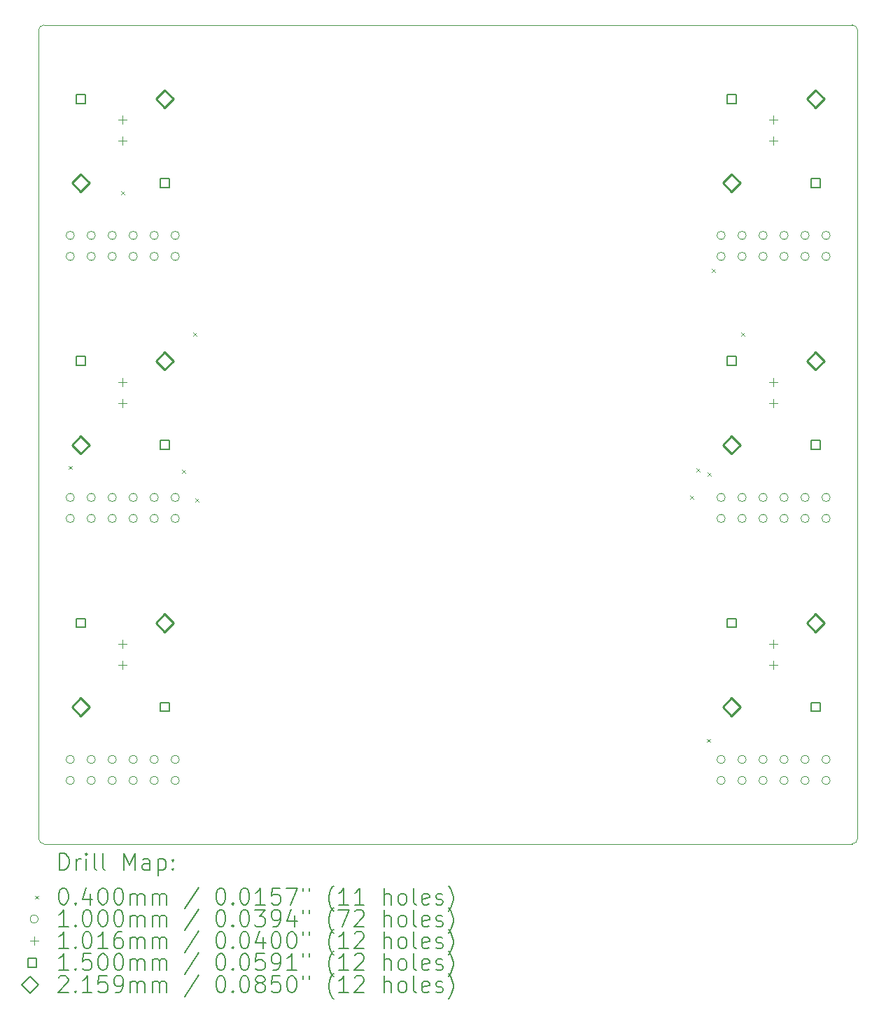
<source format=gbr>
%TF.GenerationSoftware,KiCad,Pcbnew,6.0.9-8da3e8f707~116~ubuntu20.04.1*%
%TF.CreationDate,2023-03-27T15:45:06+02:00*%
%TF.ProjectId,six_to_six_vertical,7369785f-746f-45f7-9369-785f76657274,rev?*%
%TF.SameCoordinates,Original*%
%TF.FileFunction,Drillmap*%
%TF.FilePolarity,Positive*%
%FSLAX45Y45*%
G04 Gerber Fmt 4.5, Leading zero omitted, Abs format (unit mm)*
G04 Created by KiCad (PCBNEW 6.0.9-8da3e8f707~116~ubuntu20.04.1) date 2023-03-27 15:45:06*
%MOMM*%
%LPD*%
G01*
G04 APERTURE LIST*
%ADD10C,0.100000*%
%ADD11C,0.200000*%
%ADD12C,0.040000*%
%ADD13C,0.101600*%
%ADD14C,0.150000*%
%ADD15C,0.215900*%
G04 APERTURE END LIST*
D10*
X9842500Y-4445000D02*
G75*
G03*
X9779000Y-4508500I0J-63500D01*
G01*
X9779000Y-14287500D02*
G75*
G03*
X9842500Y-14351000I63500J0D01*
G01*
X9842500Y-14351000D02*
X19621500Y-14351000D01*
X19685000Y-4508500D02*
G75*
G03*
X19621500Y-4445000I-63500J0D01*
G01*
X19685000Y-14287500D02*
X19685000Y-4508500D01*
X19621500Y-4445000D02*
X9842500Y-4445000D01*
X19621500Y-14351000D02*
G75*
G03*
X19685000Y-14287500I0J63500D01*
G01*
X9779000Y-4508500D02*
X9779000Y-14287500D01*
D11*
D12*
X10140000Y-9779670D02*
X10180000Y-9819670D01*
X10180000Y-9779670D02*
X10140000Y-9819670D01*
X10775000Y-6457000D02*
X10815000Y-6497000D01*
X10815000Y-6457000D02*
X10775000Y-6497000D01*
X11511580Y-9827550D02*
X11551580Y-9867550D01*
X11551580Y-9827550D02*
X11511580Y-9867550D01*
X11651810Y-8163680D02*
X11691810Y-8203680D01*
X11691810Y-8163680D02*
X11651810Y-8203680D01*
X11672750Y-10170000D02*
X11712750Y-10210000D01*
X11712750Y-10170000D02*
X11672750Y-10210000D01*
X17661760Y-10140000D02*
X17701760Y-10180000D01*
X17701760Y-10140000D02*
X17661760Y-10180000D01*
X17737440Y-9807830D02*
X17777440Y-9847830D01*
X17777440Y-9807830D02*
X17737440Y-9847830D01*
X17863970Y-13081240D02*
X17903970Y-13121240D01*
X17903970Y-13081240D02*
X17863970Y-13121240D01*
X17874220Y-9859070D02*
X17914220Y-9899070D01*
X17914220Y-9859070D02*
X17874220Y-9899070D01*
X17921430Y-7392690D02*
X17961430Y-7432690D01*
X17961430Y-7392690D02*
X17921430Y-7432690D01*
X18278220Y-8163680D02*
X18318220Y-8203680D01*
X18318220Y-8163680D02*
X18278220Y-8203680D01*
D10*
X10210000Y-6990000D02*
G75*
G03*
X10210000Y-6990000I-50000J0D01*
G01*
X10210000Y-7244000D02*
G75*
G03*
X10210000Y-7244000I-50000J0D01*
G01*
X10210000Y-10160000D02*
G75*
G03*
X10210000Y-10160000I-50000J0D01*
G01*
X10210000Y-10414000D02*
G75*
G03*
X10210000Y-10414000I-50000J0D01*
G01*
X10210000Y-13330000D02*
G75*
G03*
X10210000Y-13330000I-50000J0D01*
G01*
X10210000Y-13584000D02*
G75*
G03*
X10210000Y-13584000I-50000J0D01*
G01*
X10464000Y-6990000D02*
G75*
G03*
X10464000Y-6990000I-50000J0D01*
G01*
X10464000Y-7244000D02*
G75*
G03*
X10464000Y-7244000I-50000J0D01*
G01*
X10464000Y-10160000D02*
G75*
G03*
X10464000Y-10160000I-50000J0D01*
G01*
X10464000Y-10414000D02*
G75*
G03*
X10464000Y-10414000I-50000J0D01*
G01*
X10464000Y-13330000D02*
G75*
G03*
X10464000Y-13330000I-50000J0D01*
G01*
X10464000Y-13584000D02*
G75*
G03*
X10464000Y-13584000I-50000J0D01*
G01*
X10718000Y-6990000D02*
G75*
G03*
X10718000Y-6990000I-50000J0D01*
G01*
X10718000Y-7244000D02*
G75*
G03*
X10718000Y-7244000I-50000J0D01*
G01*
X10718000Y-10160000D02*
G75*
G03*
X10718000Y-10160000I-50000J0D01*
G01*
X10718000Y-10414000D02*
G75*
G03*
X10718000Y-10414000I-50000J0D01*
G01*
X10718000Y-13330000D02*
G75*
G03*
X10718000Y-13330000I-50000J0D01*
G01*
X10718000Y-13584000D02*
G75*
G03*
X10718000Y-13584000I-50000J0D01*
G01*
X10972000Y-6990000D02*
G75*
G03*
X10972000Y-6990000I-50000J0D01*
G01*
X10972000Y-7244000D02*
G75*
G03*
X10972000Y-7244000I-50000J0D01*
G01*
X10972000Y-10160000D02*
G75*
G03*
X10972000Y-10160000I-50000J0D01*
G01*
X10972000Y-10414000D02*
G75*
G03*
X10972000Y-10414000I-50000J0D01*
G01*
X10972000Y-13330000D02*
G75*
G03*
X10972000Y-13330000I-50000J0D01*
G01*
X10972000Y-13584000D02*
G75*
G03*
X10972000Y-13584000I-50000J0D01*
G01*
X11226000Y-6990000D02*
G75*
G03*
X11226000Y-6990000I-50000J0D01*
G01*
X11226000Y-7244000D02*
G75*
G03*
X11226000Y-7244000I-50000J0D01*
G01*
X11226000Y-10160000D02*
G75*
G03*
X11226000Y-10160000I-50000J0D01*
G01*
X11226000Y-10414000D02*
G75*
G03*
X11226000Y-10414000I-50000J0D01*
G01*
X11226000Y-13330000D02*
G75*
G03*
X11226000Y-13330000I-50000J0D01*
G01*
X11226000Y-13584000D02*
G75*
G03*
X11226000Y-13584000I-50000J0D01*
G01*
X11480000Y-6990000D02*
G75*
G03*
X11480000Y-6990000I-50000J0D01*
G01*
X11480000Y-7244000D02*
G75*
G03*
X11480000Y-7244000I-50000J0D01*
G01*
X11480000Y-10160000D02*
G75*
G03*
X11480000Y-10160000I-50000J0D01*
G01*
X11480000Y-10414000D02*
G75*
G03*
X11480000Y-10414000I-50000J0D01*
G01*
X11480000Y-13330000D02*
G75*
G03*
X11480000Y-13330000I-50000J0D01*
G01*
X11480000Y-13584000D02*
G75*
G03*
X11480000Y-13584000I-50000J0D01*
G01*
X18084000Y-6990000D02*
G75*
G03*
X18084000Y-6990000I-50000J0D01*
G01*
X18084000Y-7244000D02*
G75*
G03*
X18084000Y-7244000I-50000J0D01*
G01*
X18084000Y-10160000D02*
G75*
G03*
X18084000Y-10160000I-50000J0D01*
G01*
X18084000Y-10414000D02*
G75*
G03*
X18084000Y-10414000I-50000J0D01*
G01*
X18084000Y-13330000D02*
G75*
G03*
X18084000Y-13330000I-50000J0D01*
G01*
X18084000Y-13584000D02*
G75*
G03*
X18084000Y-13584000I-50000J0D01*
G01*
X18338000Y-6990000D02*
G75*
G03*
X18338000Y-6990000I-50000J0D01*
G01*
X18338000Y-7244000D02*
G75*
G03*
X18338000Y-7244000I-50000J0D01*
G01*
X18338000Y-10160000D02*
G75*
G03*
X18338000Y-10160000I-50000J0D01*
G01*
X18338000Y-10414000D02*
G75*
G03*
X18338000Y-10414000I-50000J0D01*
G01*
X18338000Y-13330000D02*
G75*
G03*
X18338000Y-13330000I-50000J0D01*
G01*
X18338000Y-13584000D02*
G75*
G03*
X18338000Y-13584000I-50000J0D01*
G01*
X18592000Y-6990000D02*
G75*
G03*
X18592000Y-6990000I-50000J0D01*
G01*
X18592000Y-7244000D02*
G75*
G03*
X18592000Y-7244000I-50000J0D01*
G01*
X18592000Y-10160000D02*
G75*
G03*
X18592000Y-10160000I-50000J0D01*
G01*
X18592000Y-10414000D02*
G75*
G03*
X18592000Y-10414000I-50000J0D01*
G01*
X18592000Y-13330000D02*
G75*
G03*
X18592000Y-13330000I-50000J0D01*
G01*
X18592000Y-13584000D02*
G75*
G03*
X18592000Y-13584000I-50000J0D01*
G01*
X18846000Y-6990000D02*
G75*
G03*
X18846000Y-6990000I-50000J0D01*
G01*
X18846000Y-7244000D02*
G75*
G03*
X18846000Y-7244000I-50000J0D01*
G01*
X18846000Y-10160000D02*
G75*
G03*
X18846000Y-10160000I-50000J0D01*
G01*
X18846000Y-10414000D02*
G75*
G03*
X18846000Y-10414000I-50000J0D01*
G01*
X18846000Y-13330000D02*
G75*
G03*
X18846000Y-13330000I-50000J0D01*
G01*
X18846000Y-13584000D02*
G75*
G03*
X18846000Y-13584000I-50000J0D01*
G01*
X19100000Y-6990000D02*
G75*
G03*
X19100000Y-6990000I-50000J0D01*
G01*
X19100000Y-7244000D02*
G75*
G03*
X19100000Y-7244000I-50000J0D01*
G01*
X19100000Y-10160000D02*
G75*
G03*
X19100000Y-10160000I-50000J0D01*
G01*
X19100000Y-10414000D02*
G75*
G03*
X19100000Y-10414000I-50000J0D01*
G01*
X19100000Y-13330000D02*
G75*
G03*
X19100000Y-13330000I-50000J0D01*
G01*
X19100000Y-13584000D02*
G75*
G03*
X19100000Y-13584000I-50000J0D01*
G01*
X19354000Y-6990000D02*
G75*
G03*
X19354000Y-6990000I-50000J0D01*
G01*
X19354000Y-7244000D02*
G75*
G03*
X19354000Y-7244000I-50000J0D01*
G01*
X19354000Y-10160000D02*
G75*
G03*
X19354000Y-10160000I-50000J0D01*
G01*
X19354000Y-10414000D02*
G75*
G03*
X19354000Y-10414000I-50000J0D01*
G01*
X19354000Y-13330000D02*
G75*
G03*
X19354000Y-13330000I-50000J0D01*
G01*
X19354000Y-13584000D02*
G75*
G03*
X19354000Y-13584000I-50000J0D01*
G01*
D13*
X10795000Y-5542200D02*
X10795000Y-5643800D01*
X10744200Y-5593000D02*
X10845800Y-5593000D01*
X10795000Y-5796200D02*
X10795000Y-5897800D01*
X10744200Y-5847000D02*
X10845800Y-5847000D01*
X10795000Y-8712200D02*
X10795000Y-8813800D01*
X10744200Y-8763000D02*
X10845800Y-8763000D01*
X10795000Y-8966200D02*
X10795000Y-9067800D01*
X10744200Y-9017000D02*
X10845800Y-9017000D01*
X10795000Y-11882200D02*
X10795000Y-11983800D01*
X10744200Y-11933000D02*
X10845800Y-11933000D01*
X10795000Y-12136200D02*
X10795000Y-12237800D01*
X10744200Y-12187000D02*
X10845800Y-12187000D01*
X18669000Y-5542200D02*
X18669000Y-5643800D01*
X18618200Y-5593000D02*
X18719800Y-5593000D01*
X18669000Y-5796200D02*
X18669000Y-5897800D01*
X18618200Y-5847000D02*
X18719800Y-5847000D01*
X18669000Y-8712200D02*
X18669000Y-8813800D01*
X18618200Y-8763000D02*
X18719800Y-8763000D01*
X18669000Y-8966200D02*
X18669000Y-9067800D01*
X18618200Y-9017000D02*
X18719800Y-9017000D01*
X18669000Y-11882200D02*
X18669000Y-11983800D01*
X18618200Y-11933000D02*
X18719800Y-11933000D01*
X18669000Y-12136200D02*
X18669000Y-12237800D01*
X18618200Y-12187000D02*
X18719800Y-12187000D01*
D14*
X10340034Y-5392034D02*
X10340034Y-5285967D01*
X10233967Y-5285967D01*
X10233967Y-5392034D01*
X10340034Y-5392034D01*
X10340034Y-8562034D02*
X10340034Y-8455967D01*
X10233967Y-8455967D01*
X10233967Y-8562034D01*
X10340034Y-8562034D01*
X10340034Y-11732033D02*
X10340034Y-11625966D01*
X10233967Y-11625966D01*
X10233967Y-11732033D01*
X10340034Y-11732033D01*
X11356033Y-6408033D02*
X11356033Y-6301966D01*
X11249966Y-6301966D01*
X11249966Y-6408033D01*
X11356033Y-6408033D01*
X11356033Y-9578034D02*
X11356033Y-9471967D01*
X11249966Y-9471967D01*
X11249966Y-9578034D01*
X11356033Y-9578034D01*
X11356033Y-12748033D02*
X11356033Y-12641966D01*
X11249966Y-12641966D01*
X11249966Y-12748033D01*
X11356033Y-12748033D01*
X18214034Y-5392034D02*
X18214034Y-5285967D01*
X18107967Y-5285967D01*
X18107967Y-5392034D01*
X18214034Y-5392034D01*
X18214034Y-8562034D02*
X18214034Y-8455967D01*
X18107967Y-8455967D01*
X18107967Y-8562034D01*
X18214034Y-8562034D01*
X18214034Y-11732033D02*
X18214034Y-11625966D01*
X18107967Y-11625966D01*
X18107967Y-11732033D01*
X18214034Y-11732033D01*
X19230034Y-6408033D02*
X19230034Y-6301966D01*
X19123967Y-6301966D01*
X19123967Y-6408033D01*
X19230034Y-6408033D01*
X19230034Y-9578034D02*
X19230034Y-9471967D01*
X19123967Y-9471967D01*
X19123967Y-9578034D01*
X19230034Y-9578034D01*
X19230034Y-12748033D02*
X19230034Y-12641966D01*
X19123967Y-12641966D01*
X19123967Y-12748033D01*
X19230034Y-12748033D01*
D15*
X10287000Y-6462950D02*
X10394950Y-6355000D01*
X10287000Y-6247050D01*
X10179050Y-6355000D01*
X10287000Y-6462950D01*
X10287000Y-9632950D02*
X10394950Y-9525000D01*
X10287000Y-9417050D01*
X10179050Y-9525000D01*
X10287000Y-9632950D01*
X10287000Y-12802950D02*
X10394950Y-12695000D01*
X10287000Y-12587050D01*
X10179050Y-12695000D01*
X10287000Y-12802950D01*
X11303000Y-5446950D02*
X11410950Y-5339000D01*
X11303000Y-5231050D01*
X11195050Y-5339000D01*
X11303000Y-5446950D01*
X11303000Y-8616950D02*
X11410950Y-8509000D01*
X11303000Y-8401050D01*
X11195050Y-8509000D01*
X11303000Y-8616950D01*
X11303000Y-11786950D02*
X11410950Y-11679000D01*
X11303000Y-11571050D01*
X11195050Y-11679000D01*
X11303000Y-11786950D01*
X18161000Y-6462950D02*
X18268950Y-6355000D01*
X18161000Y-6247050D01*
X18053050Y-6355000D01*
X18161000Y-6462950D01*
X18161000Y-9632950D02*
X18268950Y-9525000D01*
X18161000Y-9417050D01*
X18053050Y-9525000D01*
X18161000Y-9632950D01*
X18161000Y-12802950D02*
X18268950Y-12695000D01*
X18161000Y-12587050D01*
X18053050Y-12695000D01*
X18161000Y-12802950D01*
X19177000Y-5446950D02*
X19284950Y-5339000D01*
X19177000Y-5231050D01*
X19069050Y-5339000D01*
X19177000Y-5446950D01*
X19177000Y-8616950D02*
X19284950Y-8509000D01*
X19177000Y-8401050D01*
X19069050Y-8509000D01*
X19177000Y-8616950D01*
X19177000Y-11786950D02*
X19284950Y-11679000D01*
X19177000Y-11571050D01*
X19069050Y-11679000D01*
X19177000Y-11786950D01*
D11*
X10031619Y-14666476D02*
X10031619Y-14466476D01*
X10079238Y-14466476D01*
X10107810Y-14476000D01*
X10126857Y-14495048D01*
X10136381Y-14514095D01*
X10145905Y-14552190D01*
X10145905Y-14580762D01*
X10136381Y-14618857D01*
X10126857Y-14637905D01*
X10107810Y-14656952D01*
X10079238Y-14666476D01*
X10031619Y-14666476D01*
X10231619Y-14666476D02*
X10231619Y-14533143D01*
X10231619Y-14571238D02*
X10241143Y-14552190D01*
X10250667Y-14542667D01*
X10269714Y-14533143D01*
X10288762Y-14533143D01*
X10355429Y-14666476D02*
X10355429Y-14533143D01*
X10355429Y-14466476D02*
X10345905Y-14476000D01*
X10355429Y-14485524D01*
X10364952Y-14476000D01*
X10355429Y-14466476D01*
X10355429Y-14485524D01*
X10479238Y-14666476D02*
X10460190Y-14656952D01*
X10450667Y-14637905D01*
X10450667Y-14466476D01*
X10584000Y-14666476D02*
X10564952Y-14656952D01*
X10555429Y-14637905D01*
X10555429Y-14466476D01*
X10812571Y-14666476D02*
X10812571Y-14466476D01*
X10879238Y-14609333D01*
X10945905Y-14466476D01*
X10945905Y-14666476D01*
X11126857Y-14666476D02*
X11126857Y-14561714D01*
X11117333Y-14542667D01*
X11098286Y-14533143D01*
X11060190Y-14533143D01*
X11041143Y-14542667D01*
X11126857Y-14656952D02*
X11107810Y-14666476D01*
X11060190Y-14666476D01*
X11041143Y-14656952D01*
X11031619Y-14637905D01*
X11031619Y-14618857D01*
X11041143Y-14599809D01*
X11060190Y-14590286D01*
X11107810Y-14590286D01*
X11126857Y-14580762D01*
X11222095Y-14533143D02*
X11222095Y-14733143D01*
X11222095Y-14542667D02*
X11241143Y-14533143D01*
X11279238Y-14533143D01*
X11298286Y-14542667D01*
X11307809Y-14552190D01*
X11317333Y-14571238D01*
X11317333Y-14628381D01*
X11307809Y-14647428D01*
X11298286Y-14656952D01*
X11279238Y-14666476D01*
X11241143Y-14666476D01*
X11222095Y-14656952D01*
X11403048Y-14647428D02*
X11412571Y-14656952D01*
X11403048Y-14666476D01*
X11393524Y-14656952D01*
X11403048Y-14647428D01*
X11403048Y-14666476D01*
X11403048Y-14542667D02*
X11412571Y-14552190D01*
X11403048Y-14561714D01*
X11393524Y-14552190D01*
X11403048Y-14542667D01*
X11403048Y-14561714D01*
D12*
X9734000Y-14976000D02*
X9774000Y-15016000D01*
X9774000Y-14976000D02*
X9734000Y-15016000D01*
D11*
X10069714Y-14886476D02*
X10088762Y-14886476D01*
X10107810Y-14896000D01*
X10117333Y-14905524D01*
X10126857Y-14924571D01*
X10136381Y-14962667D01*
X10136381Y-15010286D01*
X10126857Y-15048381D01*
X10117333Y-15067428D01*
X10107810Y-15076952D01*
X10088762Y-15086476D01*
X10069714Y-15086476D01*
X10050667Y-15076952D01*
X10041143Y-15067428D01*
X10031619Y-15048381D01*
X10022095Y-15010286D01*
X10022095Y-14962667D01*
X10031619Y-14924571D01*
X10041143Y-14905524D01*
X10050667Y-14896000D01*
X10069714Y-14886476D01*
X10222095Y-15067428D02*
X10231619Y-15076952D01*
X10222095Y-15086476D01*
X10212571Y-15076952D01*
X10222095Y-15067428D01*
X10222095Y-15086476D01*
X10403048Y-14953143D02*
X10403048Y-15086476D01*
X10355429Y-14876952D02*
X10307810Y-15019809D01*
X10431619Y-15019809D01*
X10545905Y-14886476D02*
X10564952Y-14886476D01*
X10584000Y-14896000D01*
X10593524Y-14905524D01*
X10603048Y-14924571D01*
X10612571Y-14962667D01*
X10612571Y-15010286D01*
X10603048Y-15048381D01*
X10593524Y-15067428D01*
X10584000Y-15076952D01*
X10564952Y-15086476D01*
X10545905Y-15086476D01*
X10526857Y-15076952D01*
X10517333Y-15067428D01*
X10507810Y-15048381D01*
X10498286Y-15010286D01*
X10498286Y-14962667D01*
X10507810Y-14924571D01*
X10517333Y-14905524D01*
X10526857Y-14896000D01*
X10545905Y-14886476D01*
X10736381Y-14886476D02*
X10755429Y-14886476D01*
X10774476Y-14896000D01*
X10784000Y-14905524D01*
X10793524Y-14924571D01*
X10803048Y-14962667D01*
X10803048Y-15010286D01*
X10793524Y-15048381D01*
X10784000Y-15067428D01*
X10774476Y-15076952D01*
X10755429Y-15086476D01*
X10736381Y-15086476D01*
X10717333Y-15076952D01*
X10707810Y-15067428D01*
X10698286Y-15048381D01*
X10688762Y-15010286D01*
X10688762Y-14962667D01*
X10698286Y-14924571D01*
X10707810Y-14905524D01*
X10717333Y-14896000D01*
X10736381Y-14886476D01*
X10888762Y-15086476D02*
X10888762Y-14953143D01*
X10888762Y-14972190D02*
X10898286Y-14962667D01*
X10917333Y-14953143D01*
X10945905Y-14953143D01*
X10964952Y-14962667D01*
X10974476Y-14981714D01*
X10974476Y-15086476D01*
X10974476Y-14981714D02*
X10984000Y-14962667D01*
X11003048Y-14953143D01*
X11031619Y-14953143D01*
X11050667Y-14962667D01*
X11060190Y-14981714D01*
X11060190Y-15086476D01*
X11155429Y-15086476D02*
X11155429Y-14953143D01*
X11155429Y-14972190D02*
X11164952Y-14962667D01*
X11184000Y-14953143D01*
X11212571Y-14953143D01*
X11231619Y-14962667D01*
X11241143Y-14981714D01*
X11241143Y-15086476D01*
X11241143Y-14981714D02*
X11250667Y-14962667D01*
X11269714Y-14953143D01*
X11298286Y-14953143D01*
X11317333Y-14962667D01*
X11326857Y-14981714D01*
X11326857Y-15086476D01*
X11717333Y-14876952D02*
X11545905Y-15134095D01*
X11974476Y-14886476D02*
X11993524Y-14886476D01*
X12012571Y-14896000D01*
X12022095Y-14905524D01*
X12031619Y-14924571D01*
X12041143Y-14962667D01*
X12041143Y-15010286D01*
X12031619Y-15048381D01*
X12022095Y-15067428D01*
X12012571Y-15076952D01*
X11993524Y-15086476D01*
X11974476Y-15086476D01*
X11955428Y-15076952D01*
X11945905Y-15067428D01*
X11936381Y-15048381D01*
X11926857Y-15010286D01*
X11926857Y-14962667D01*
X11936381Y-14924571D01*
X11945905Y-14905524D01*
X11955428Y-14896000D01*
X11974476Y-14886476D01*
X12126857Y-15067428D02*
X12136381Y-15076952D01*
X12126857Y-15086476D01*
X12117333Y-15076952D01*
X12126857Y-15067428D01*
X12126857Y-15086476D01*
X12260190Y-14886476D02*
X12279238Y-14886476D01*
X12298286Y-14896000D01*
X12307809Y-14905524D01*
X12317333Y-14924571D01*
X12326857Y-14962667D01*
X12326857Y-15010286D01*
X12317333Y-15048381D01*
X12307809Y-15067428D01*
X12298286Y-15076952D01*
X12279238Y-15086476D01*
X12260190Y-15086476D01*
X12241143Y-15076952D01*
X12231619Y-15067428D01*
X12222095Y-15048381D01*
X12212571Y-15010286D01*
X12212571Y-14962667D01*
X12222095Y-14924571D01*
X12231619Y-14905524D01*
X12241143Y-14896000D01*
X12260190Y-14886476D01*
X12517333Y-15086476D02*
X12403048Y-15086476D01*
X12460190Y-15086476D02*
X12460190Y-14886476D01*
X12441143Y-14915048D01*
X12422095Y-14934095D01*
X12403048Y-14943619D01*
X12698286Y-14886476D02*
X12603048Y-14886476D01*
X12593524Y-14981714D01*
X12603048Y-14972190D01*
X12622095Y-14962667D01*
X12669714Y-14962667D01*
X12688762Y-14972190D01*
X12698286Y-14981714D01*
X12707809Y-15000762D01*
X12707809Y-15048381D01*
X12698286Y-15067428D01*
X12688762Y-15076952D01*
X12669714Y-15086476D01*
X12622095Y-15086476D01*
X12603048Y-15076952D01*
X12593524Y-15067428D01*
X12774476Y-14886476D02*
X12907809Y-14886476D01*
X12822095Y-15086476D01*
X12974476Y-14886476D02*
X12974476Y-14924571D01*
X13050667Y-14886476D02*
X13050667Y-14924571D01*
X13345905Y-15162667D02*
X13336381Y-15153143D01*
X13317333Y-15124571D01*
X13307809Y-15105524D01*
X13298286Y-15076952D01*
X13288762Y-15029333D01*
X13288762Y-14991238D01*
X13298286Y-14943619D01*
X13307809Y-14915048D01*
X13317333Y-14896000D01*
X13336381Y-14867428D01*
X13345905Y-14857905D01*
X13526857Y-15086476D02*
X13412571Y-15086476D01*
X13469714Y-15086476D02*
X13469714Y-14886476D01*
X13450667Y-14915048D01*
X13431619Y-14934095D01*
X13412571Y-14943619D01*
X13717333Y-15086476D02*
X13603048Y-15086476D01*
X13660190Y-15086476D02*
X13660190Y-14886476D01*
X13641143Y-14915048D01*
X13622095Y-14934095D01*
X13603048Y-14943619D01*
X13955428Y-15086476D02*
X13955428Y-14886476D01*
X14041143Y-15086476D02*
X14041143Y-14981714D01*
X14031619Y-14962667D01*
X14012571Y-14953143D01*
X13984000Y-14953143D01*
X13964952Y-14962667D01*
X13955428Y-14972190D01*
X14164952Y-15086476D02*
X14145905Y-15076952D01*
X14136381Y-15067428D01*
X14126857Y-15048381D01*
X14126857Y-14991238D01*
X14136381Y-14972190D01*
X14145905Y-14962667D01*
X14164952Y-14953143D01*
X14193524Y-14953143D01*
X14212571Y-14962667D01*
X14222095Y-14972190D01*
X14231619Y-14991238D01*
X14231619Y-15048381D01*
X14222095Y-15067428D01*
X14212571Y-15076952D01*
X14193524Y-15086476D01*
X14164952Y-15086476D01*
X14345905Y-15086476D02*
X14326857Y-15076952D01*
X14317333Y-15057905D01*
X14317333Y-14886476D01*
X14498286Y-15076952D02*
X14479238Y-15086476D01*
X14441143Y-15086476D01*
X14422095Y-15076952D01*
X14412571Y-15057905D01*
X14412571Y-14981714D01*
X14422095Y-14962667D01*
X14441143Y-14953143D01*
X14479238Y-14953143D01*
X14498286Y-14962667D01*
X14507809Y-14981714D01*
X14507809Y-15000762D01*
X14412571Y-15019809D01*
X14584000Y-15076952D02*
X14603048Y-15086476D01*
X14641143Y-15086476D01*
X14660190Y-15076952D01*
X14669714Y-15057905D01*
X14669714Y-15048381D01*
X14660190Y-15029333D01*
X14641143Y-15019809D01*
X14612571Y-15019809D01*
X14593524Y-15010286D01*
X14584000Y-14991238D01*
X14584000Y-14981714D01*
X14593524Y-14962667D01*
X14612571Y-14953143D01*
X14641143Y-14953143D01*
X14660190Y-14962667D01*
X14736381Y-15162667D02*
X14745905Y-15153143D01*
X14764952Y-15124571D01*
X14774476Y-15105524D01*
X14784000Y-15076952D01*
X14793524Y-15029333D01*
X14793524Y-14991238D01*
X14784000Y-14943619D01*
X14774476Y-14915048D01*
X14764952Y-14896000D01*
X14745905Y-14867428D01*
X14736381Y-14857905D01*
D10*
X9774000Y-15260000D02*
G75*
G03*
X9774000Y-15260000I-50000J0D01*
G01*
D11*
X10136381Y-15350476D02*
X10022095Y-15350476D01*
X10079238Y-15350476D02*
X10079238Y-15150476D01*
X10060190Y-15179048D01*
X10041143Y-15198095D01*
X10022095Y-15207619D01*
X10222095Y-15331428D02*
X10231619Y-15340952D01*
X10222095Y-15350476D01*
X10212571Y-15340952D01*
X10222095Y-15331428D01*
X10222095Y-15350476D01*
X10355429Y-15150476D02*
X10374476Y-15150476D01*
X10393524Y-15160000D01*
X10403048Y-15169524D01*
X10412571Y-15188571D01*
X10422095Y-15226667D01*
X10422095Y-15274286D01*
X10412571Y-15312381D01*
X10403048Y-15331428D01*
X10393524Y-15340952D01*
X10374476Y-15350476D01*
X10355429Y-15350476D01*
X10336381Y-15340952D01*
X10326857Y-15331428D01*
X10317333Y-15312381D01*
X10307810Y-15274286D01*
X10307810Y-15226667D01*
X10317333Y-15188571D01*
X10326857Y-15169524D01*
X10336381Y-15160000D01*
X10355429Y-15150476D01*
X10545905Y-15150476D02*
X10564952Y-15150476D01*
X10584000Y-15160000D01*
X10593524Y-15169524D01*
X10603048Y-15188571D01*
X10612571Y-15226667D01*
X10612571Y-15274286D01*
X10603048Y-15312381D01*
X10593524Y-15331428D01*
X10584000Y-15340952D01*
X10564952Y-15350476D01*
X10545905Y-15350476D01*
X10526857Y-15340952D01*
X10517333Y-15331428D01*
X10507810Y-15312381D01*
X10498286Y-15274286D01*
X10498286Y-15226667D01*
X10507810Y-15188571D01*
X10517333Y-15169524D01*
X10526857Y-15160000D01*
X10545905Y-15150476D01*
X10736381Y-15150476D02*
X10755429Y-15150476D01*
X10774476Y-15160000D01*
X10784000Y-15169524D01*
X10793524Y-15188571D01*
X10803048Y-15226667D01*
X10803048Y-15274286D01*
X10793524Y-15312381D01*
X10784000Y-15331428D01*
X10774476Y-15340952D01*
X10755429Y-15350476D01*
X10736381Y-15350476D01*
X10717333Y-15340952D01*
X10707810Y-15331428D01*
X10698286Y-15312381D01*
X10688762Y-15274286D01*
X10688762Y-15226667D01*
X10698286Y-15188571D01*
X10707810Y-15169524D01*
X10717333Y-15160000D01*
X10736381Y-15150476D01*
X10888762Y-15350476D02*
X10888762Y-15217143D01*
X10888762Y-15236190D02*
X10898286Y-15226667D01*
X10917333Y-15217143D01*
X10945905Y-15217143D01*
X10964952Y-15226667D01*
X10974476Y-15245714D01*
X10974476Y-15350476D01*
X10974476Y-15245714D02*
X10984000Y-15226667D01*
X11003048Y-15217143D01*
X11031619Y-15217143D01*
X11050667Y-15226667D01*
X11060190Y-15245714D01*
X11060190Y-15350476D01*
X11155429Y-15350476D02*
X11155429Y-15217143D01*
X11155429Y-15236190D02*
X11164952Y-15226667D01*
X11184000Y-15217143D01*
X11212571Y-15217143D01*
X11231619Y-15226667D01*
X11241143Y-15245714D01*
X11241143Y-15350476D01*
X11241143Y-15245714D02*
X11250667Y-15226667D01*
X11269714Y-15217143D01*
X11298286Y-15217143D01*
X11317333Y-15226667D01*
X11326857Y-15245714D01*
X11326857Y-15350476D01*
X11717333Y-15140952D02*
X11545905Y-15398095D01*
X11974476Y-15150476D02*
X11993524Y-15150476D01*
X12012571Y-15160000D01*
X12022095Y-15169524D01*
X12031619Y-15188571D01*
X12041143Y-15226667D01*
X12041143Y-15274286D01*
X12031619Y-15312381D01*
X12022095Y-15331428D01*
X12012571Y-15340952D01*
X11993524Y-15350476D01*
X11974476Y-15350476D01*
X11955428Y-15340952D01*
X11945905Y-15331428D01*
X11936381Y-15312381D01*
X11926857Y-15274286D01*
X11926857Y-15226667D01*
X11936381Y-15188571D01*
X11945905Y-15169524D01*
X11955428Y-15160000D01*
X11974476Y-15150476D01*
X12126857Y-15331428D02*
X12136381Y-15340952D01*
X12126857Y-15350476D01*
X12117333Y-15340952D01*
X12126857Y-15331428D01*
X12126857Y-15350476D01*
X12260190Y-15150476D02*
X12279238Y-15150476D01*
X12298286Y-15160000D01*
X12307809Y-15169524D01*
X12317333Y-15188571D01*
X12326857Y-15226667D01*
X12326857Y-15274286D01*
X12317333Y-15312381D01*
X12307809Y-15331428D01*
X12298286Y-15340952D01*
X12279238Y-15350476D01*
X12260190Y-15350476D01*
X12241143Y-15340952D01*
X12231619Y-15331428D01*
X12222095Y-15312381D01*
X12212571Y-15274286D01*
X12212571Y-15226667D01*
X12222095Y-15188571D01*
X12231619Y-15169524D01*
X12241143Y-15160000D01*
X12260190Y-15150476D01*
X12393524Y-15150476D02*
X12517333Y-15150476D01*
X12450667Y-15226667D01*
X12479238Y-15226667D01*
X12498286Y-15236190D01*
X12507809Y-15245714D01*
X12517333Y-15264762D01*
X12517333Y-15312381D01*
X12507809Y-15331428D01*
X12498286Y-15340952D01*
X12479238Y-15350476D01*
X12422095Y-15350476D01*
X12403048Y-15340952D01*
X12393524Y-15331428D01*
X12612571Y-15350476D02*
X12650667Y-15350476D01*
X12669714Y-15340952D01*
X12679238Y-15331428D01*
X12698286Y-15302857D01*
X12707809Y-15264762D01*
X12707809Y-15188571D01*
X12698286Y-15169524D01*
X12688762Y-15160000D01*
X12669714Y-15150476D01*
X12631619Y-15150476D01*
X12612571Y-15160000D01*
X12603048Y-15169524D01*
X12593524Y-15188571D01*
X12593524Y-15236190D01*
X12603048Y-15255238D01*
X12612571Y-15264762D01*
X12631619Y-15274286D01*
X12669714Y-15274286D01*
X12688762Y-15264762D01*
X12698286Y-15255238D01*
X12707809Y-15236190D01*
X12879238Y-15217143D02*
X12879238Y-15350476D01*
X12831619Y-15140952D02*
X12784000Y-15283809D01*
X12907809Y-15283809D01*
X12974476Y-15150476D02*
X12974476Y-15188571D01*
X13050667Y-15150476D02*
X13050667Y-15188571D01*
X13345905Y-15426667D02*
X13336381Y-15417143D01*
X13317333Y-15388571D01*
X13307809Y-15369524D01*
X13298286Y-15340952D01*
X13288762Y-15293333D01*
X13288762Y-15255238D01*
X13298286Y-15207619D01*
X13307809Y-15179048D01*
X13317333Y-15160000D01*
X13336381Y-15131428D01*
X13345905Y-15121905D01*
X13403048Y-15150476D02*
X13536381Y-15150476D01*
X13450667Y-15350476D01*
X13603048Y-15169524D02*
X13612571Y-15160000D01*
X13631619Y-15150476D01*
X13679238Y-15150476D01*
X13698286Y-15160000D01*
X13707809Y-15169524D01*
X13717333Y-15188571D01*
X13717333Y-15207619D01*
X13707809Y-15236190D01*
X13593524Y-15350476D01*
X13717333Y-15350476D01*
X13955428Y-15350476D02*
X13955428Y-15150476D01*
X14041143Y-15350476D02*
X14041143Y-15245714D01*
X14031619Y-15226667D01*
X14012571Y-15217143D01*
X13984000Y-15217143D01*
X13964952Y-15226667D01*
X13955428Y-15236190D01*
X14164952Y-15350476D02*
X14145905Y-15340952D01*
X14136381Y-15331428D01*
X14126857Y-15312381D01*
X14126857Y-15255238D01*
X14136381Y-15236190D01*
X14145905Y-15226667D01*
X14164952Y-15217143D01*
X14193524Y-15217143D01*
X14212571Y-15226667D01*
X14222095Y-15236190D01*
X14231619Y-15255238D01*
X14231619Y-15312381D01*
X14222095Y-15331428D01*
X14212571Y-15340952D01*
X14193524Y-15350476D01*
X14164952Y-15350476D01*
X14345905Y-15350476D02*
X14326857Y-15340952D01*
X14317333Y-15321905D01*
X14317333Y-15150476D01*
X14498286Y-15340952D02*
X14479238Y-15350476D01*
X14441143Y-15350476D01*
X14422095Y-15340952D01*
X14412571Y-15321905D01*
X14412571Y-15245714D01*
X14422095Y-15226667D01*
X14441143Y-15217143D01*
X14479238Y-15217143D01*
X14498286Y-15226667D01*
X14507809Y-15245714D01*
X14507809Y-15264762D01*
X14412571Y-15283809D01*
X14584000Y-15340952D02*
X14603048Y-15350476D01*
X14641143Y-15350476D01*
X14660190Y-15340952D01*
X14669714Y-15321905D01*
X14669714Y-15312381D01*
X14660190Y-15293333D01*
X14641143Y-15283809D01*
X14612571Y-15283809D01*
X14593524Y-15274286D01*
X14584000Y-15255238D01*
X14584000Y-15245714D01*
X14593524Y-15226667D01*
X14612571Y-15217143D01*
X14641143Y-15217143D01*
X14660190Y-15226667D01*
X14736381Y-15426667D02*
X14745905Y-15417143D01*
X14764952Y-15388571D01*
X14774476Y-15369524D01*
X14784000Y-15340952D01*
X14793524Y-15293333D01*
X14793524Y-15255238D01*
X14784000Y-15207619D01*
X14774476Y-15179048D01*
X14764952Y-15160000D01*
X14745905Y-15131428D01*
X14736381Y-15121905D01*
D13*
X9723200Y-15473200D02*
X9723200Y-15574800D01*
X9672400Y-15524000D02*
X9774000Y-15524000D01*
D11*
X10136381Y-15614476D02*
X10022095Y-15614476D01*
X10079238Y-15614476D02*
X10079238Y-15414476D01*
X10060190Y-15443048D01*
X10041143Y-15462095D01*
X10022095Y-15471619D01*
X10222095Y-15595428D02*
X10231619Y-15604952D01*
X10222095Y-15614476D01*
X10212571Y-15604952D01*
X10222095Y-15595428D01*
X10222095Y-15614476D01*
X10355429Y-15414476D02*
X10374476Y-15414476D01*
X10393524Y-15424000D01*
X10403048Y-15433524D01*
X10412571Y-15452571D01*
X10422095Y-15490667D01*
X10422095Y-15538286D01*
X10412571Y-15576381D01*
X10403048Y-15595428D01*
X10393524Y-15604952D01*
X10374476Y-15614476D01*
X10355429Y-15614476D01*
X10336381Y-15604952D01*
X10326857Y-15595428D01*
X10317333Y-15576381D01*
X10307810Y-15538286D01*
X10307810Y-15490667D01*
X10317333Y-15452571D01*
X10326857Y-15433524D01*
X10336381Y-15424000D01*
X10355429Y-15414476D01*
X10612571Y-15614476D02*
X10498286Y-15614476D01*
X10555429Y-15614476D02*
X10555429Y-15414476D01*
X10536381Y-15443048D01*
X10517333Y-15462095D01*
X10498286Y-15471619D01*
X10784000Y-15414476D02*
X10745905Y-15414476D01*
X10726857Y-15424000D01*
X10717333Y-15433524D01*
X10698286Y-15462095D01*
X10688762Y-15500190D01*
X10688762Y-15576381D01*
X10698286Y-15595428D01*
X10707810Y-15604952D01*
X10726857Y-15614476D01*
X10764952Y-15614476D01*
X10784000Y-15604952D01*
X10793524Y-15595428D01*
X10803048Y-15576381D01*
X10803048Y-15528762D01*
X10793524Y-15509714D01*
X10784000Y-15500190D01*
X10764952Y-15490667D01*
X10726857Y-15490667D01*
X10707810Y-15500190D01*
X10698286Y-15509714D01*
X10688762Y-15528762D01*
X10888762Y-15614476D02*
X10888762Y-15481143D01*
X10888762Y-15500190D02*
X10898286Y-15490667D01*
X10917333Y-15481143D01*
X10945905Y-15481143D01*
X10964952Y-15490667D01*
X10974476Y-15509714D01*
X10974476Y-15614476D01*
X10974476Y-15509714D02*
X10984000Y-15490667D01*
X11003048Y-15481143D01*
X11031619Y-15481143D01*
X11050667Y-15490667D01*
X11060190Y-15509714D01*
X11060190Y-15614476D01*
X11155429Y-15614476D02*
X11155429Y-15481143D01*
X11155429Y-15500190D02*
X11164952Y-15490667D01*
X11184000Y-15481143D01*
X11212571Y-15481143D01*
X11231619Y-15490667D01*
X11241143Y-15509714D01*
X11241143Y-15614476D01*
X11241143Y-15509714D02*
X11250667Y-15490667D01*
X11269714Y-15481143D01*
X11298286Y-15481143D01*
X11317333Y-15490667D01*
X11326857Y-15509714D01*
X11326857Y-15614476D01*
X11717333Y-15404952D02*
X11545905Y-15662095D01*
X11974476Y-15414476D02*
X11993524Y-15414476D01*
X12012571Y-15424000D01*
X12022095Y-15433524D01*
X12031619Y-15452571D01*
X12041143Y-15490667D01*
X12041143Y-15538286D01*
X12031619Y-15576381D01*
X12022095Y-15595428D01*
X12012571Y-15604952D01*
X11993524Y-15614476D01*
X11974476Y-15614476D01*
X11955428Y-15604952D01*
X11945905Y-15595428D01*
X11936381Y-15576381D01*
X11926857Y-15538286D01*
X11926857Y-15490667D01*
X11936381Y-15452571D01*
X11945905Y-15433524D01*
X11955428Y-15424000D01*
X11974476Y-15414476D01*
X12126857Y-15595428D02*
X12136381Y-15604952D01*
X12126857Y-15614476D01*
X12117333Y-15604952D01*
X12126857Y-15595428D01*
X12126857Y-15614476D01*
X12260190Y-15414476D02*
X12279238Y-15414476D01*
X12298286Y-15424000D01*
X12307809Y-15433524D01*
X12317333Y-15452571D01*
X12326857Y-15490667D01*
X12326857Y-15538286D01*
X12317333Y-15576381D01*
X12307809Y-15595428D01*
X12298286Y-15604952D01*
X12279238Y-15614476D01*
X12260190Y-15614476D01*
X12241143Y-15604952D01*
X12231619Y-15595428D01*
X12222095Y-15576381D01*
X12212571Y-15538286D01*
X12212571Y-15490667D01*
X12222095Y-15452571D01*
X12231619Y-15433524D01*
X12241143Y-15424000D01*
X12260190Y-15414476D01*
X12498286Y-15481143D02*
X12498286Y-15614476D01*
X12450667Y-15404952D02*
X12403048Y-15547809D01*
X12526857Y-15547809D01*
X12641143Y-15414476D02*
X12660190Y-15414476D01*
X12679238Y-15424000D01*
X12688762Y-15433524D01*
X12698286Y-15452571D01*
X12707809Y-15490667D01*
X12707809Y-15538286D01*
X12698286Y-15576381D01*
X12688762Y-15595428D01*
X12679238Y-15604952D01*
X12660190Y-15614476D01*
X12641143Y-15614476D01*
X12622095Y-15604952D01*
X12612571Y-15595428D01*
X12603048Y-15576381D01*
X12593524Y-15538286D01*
X12593524Y-15490667D01*
X12603048Y-15452571D01*
X12612571Y-15433524D01*
X12622095Y-15424000D01*
X12641143Y-15414476D01*
X12831619Y-15414476D02*
X12850667Y-15414476D01*
X12869714Y-15424000D01*
X12879238Y-15433524D01*
X12888762Y-15452571D01*
X12898286Y-15490667D01*
X12898286Y-15538286D01*
X12888762Y-15576381D01*
X12879238Y-15595428D01*
X12869714Y-15604952D01*
X12850667Y-15614476D01*
X12831619Y-15614476D01*
X12812571Y-15604952D01*
X12803048Y-15595428D01*
X12793524Y-15576381D01*
X12784000Y-15538286D01*
X12784000Y-15490667D01*
X12793524Y-15452571D01*
X12803048Y-15433524D01*
X12812571Y-15424000D01*
X12831619Y-15414476D01*
X12974476Y-15414476D02*
X12974476Y-15452571D01*
X13050667Y-15414476D02*
X13050667Y-15452571D01*
X13345905Y-15690667D02*
X13336381Y-15681143D01*
X13317333Y-15652571D01*
X13307809Y-15633524D01*
X13298286Y-15604952D01*
X13288762Y-15557333D01*
X13288762Y-15519238D01*
X13298286Y-15471619D01*
X13307809Y-15443048D01*
X13317333Y-15424000D01*
X13336381Y-15395428D01*
X13345905Y-15385905D01*
X13526857Y-15614476D02*
X13412571Y-15614476D01*
X13469714Y-15614476D02*
X13469714Y-15414476D01*
X13450667Y-15443048D01*
X13431619Y-15462095D01*
X13412571Y-15471619D01*
X13603048Y-15433524D02*
X13612571Y-15424000D01*
X13631619Y-15414476D01*
X13679238Y-15414476D01*
X13698286Y-15424000D01*
X13707809Y-15433524D01*
X13717333Y-15452571D01*
X13717333Y-15471619D01*
X13707809Y-15500190D01*
X13593524Y-15614476D01*
X13717333Y-15614476D01*
X13955428Y-15614476D02*
X13955428Y-15414476D01*
X14041143Y-15614476D02*
X14041143Y-15509714D01*
X14031619Y-15490667D01*
X14012571Y-15481143D01*
X13984000Y-15481143D01*
X13964952Y-15490667D01*
X13955428Y-15500190D01*
X14164952Y-15614476D02*
X14145905Y-15604952D01*
X14136381Y-15595428D01*
X14126857Y-15576381D01*
X14126857Y-15519238D01*
X14136381Y-15500190D01*
X14145905Y-15490667D01*
X14164952Y-15481143D01*
X14193524Y-15481143D01*
X14212571Y-15490667D01*
X14222095Y-15500190D01*
X14231619Y-15519238D01*
X14231619Y-15576381D01*
X14222095Y-15595428D01*
X14212571Y-15604952D01*
X14193524Y-15614476D01*
X14164952Y-15614476D01*
X14345905Y-15614476D02*
X14326857Y-15604952D01*
X14317333Y-15585905D01*
X14317333Y-15414476D01*
X14498286Y-15604952D02*
X14479238Y-15614476D01*
X14441143Y-15614476D01*
X14422095Y-15604952D01*
X14412571Y-15585905D01*
X14412571Y-15509714D01*
X14422095Y-15490667D01*
X14441143Y-15481143D01*
X14479238Y-15481143D01*
X14498286Y-15490667D01*
X14507809Y-15509714D01*
X14507809Y-15528762D01*
X14412571Y-15547809D01*
X14584000Y-15604952D02*
X14603048Y-15614476D01*
X14641143Y-15614476D01*
X14660190Y-15604952D01*
X14669714Y-15585905D01*
X14669714Y-15576381D01*
X14660190Y-15557333D01*
X14641143Y-15547809D01*
X14612571Y-15547809D01*
X14593524Y-15538286D01*
X14584000Y-15519238D01*
X14584000Y-15509714D01*
X14593524Y-15490667D01*
X14612571Y-15481143D01*
X14641143Y-15481143D01*
X14660190Y-15490667D01*
X14736381Y-15690667D02*
X14745905Y-15681143D01*
X14764952Y-15652571D01*
X14774476Y-15633524D01*
X14784000Y-15604952D01*
X14793524Y-15557333D01*
X14793524Y-15519238D01*
X14784000Y-15471619D01*
X14774476Y-15443048D01*
X14764952Y-15424000D01*
X14745905Y-15395428D01*
X14736381Y-15385905D01*
D14*
X9752034Y-15841033D02*
X9752034Y-15734966D01*
X9645967Y-15734966D01*
X9645967Y-15841033D01*
X9752034Y-15841033D01*
D11*
X10136381Y-15878476D02*
X10022095Y-15878476D01*
X10079238Y-15878476D02*
X10079238Y-15678476D01*
X10060190Y-15707048D01*
X10041143Y-15726095D01*
X10022095Y-15735619D01*
X10222095Y-15859428D02*
X10231619Y-15868952D01*
X10222095Y-15878476D01*
X10212571Y-15868952D01*
X10222095Y-15859428D01*
X10222095Y-15878476D01*
X10412571Y-15678476D02*
X10317333Y-15678476D01*
X10307810Y-15773714D01*
X10317333Y-15764190D01*
X10336381Y-15754667D01*
X10384000Y-15754667D01*
X10403048Y-15764190D01*
X10412571Y-15773714D01*
X10422095Y-15792762D01*
X10422095Y-15840381D01*
X10412571Y-15859428D01*
X10403048Y-15868952D01*
X10384000Y-15878476D01*
X10336381Y-15878476D01*
X10317333Y-15868952D01*
X10307810Y-15859428D01*
X10545905Y-15678476D02*
X10564952Y-15678476D01*
X10584000Y-15688000D01*
X10593524Y-15697524D01*
X10603048Y-15716571D01*
X10612571Y-15754667D01*
X10612571Y-15802286D01*
X10603048Y-15840381D01*
X10593524Y-15859428D01*
X10584000Y-15868952D01*
X10564952Y-15878476D01*
X10545905Y-15878476D01*
X10526857Y-15868952D01*
X10517333Y-15859428D01*
X10507810Y-15840381D01*
X10498286Y-15802286D01*
X10498286Y-15754667D01*
X10507810Y-15716571D01*
X10517333Y-15697524D01*
X10526857Y-15688000D01*
X10545905Y-15678476D01*
X10736381Y-15678476D02*
X10755429Y-15678476D01*
X10774476Y-15688000D01*
X10784000Y-15697524D01*
X10793524Y-15716571D01*
X10803048Y-15754667D01*
X10803048Y-15802286D01*
X10793524Y-15840381D01*
X10784000Y-15859428D01*
X10774476Y-15868952D01*
X10755429Y-15878476D01*
X10736381Y-15878476D01*
X10717333Y-15868952D01*
X10707810Y-15859428D01*
X10698286Y-15840381D01*
X10688762Y-15802286D01*
X10688762Y-15754667D01*
X10698286Y-15716571D01*
X10707810Y-15697524D01*
X10717333Y-15688000D01*
X10736381Y-15678476D01*
X10888762Y-15878476D02*
X10888762Y-15745143D01*
X10888762Y-15764190D02*
X10898286Y-15754667D01*
X10917333Y-15745143D01*
X10945905Y-15745143D01*
X10964952Y-15754667D01*
X10974476Y-15773714D01*
X10974476Y-15878476D01*
X10974476Y-15773714D02*
X10984000Y-15754667D01*
X11003048Y-15745143D01*
X11031619Y-15745143D01*
X11050667Y-15754667D01*
X11060190Y-15773714D01*
X11060190Y-15878476D01*
X11155429Y-15878476D02*
X11155429Y-15745143D01*
X11155429Y-15764190D02*
X11164952Y-15754667D01*
X11184000Y-15745143D01*
X11212571Y-15745143D01*
X11231619Y-15754667D01*
X11241143Y-15773714D01*
X11241143Y-15878476D01*
X11241143Y-15773714D02*
X11250667Y-15754667D01*
X11269714Y-15745143D01*
X11298286Y-15745143D01*
X11317333Y-15754667D01*
X11326857Y-15773714D01*
X11326857Y-15878476D01*
X11717333Y-15668952D02*
X11545905Y-15926095D01*
X11974476Y-15678476D02*
X11993524Y-15678476D01*
X12012571Y-15688000D01*
X12022095Y-15697524D01*
X12031619Y-15716571D01*
X12041143Y-15754667D01*
X12041143Y-15802286D01*
X12031619Y-15840381D01*
X12022095Y-15859428D01*
X12012571Y-15868952D01*
X11993524Y-15878476D01*
X11974476Y-15878476D01*
X11955428Y-15868952D01*
X11945905Y-15859428D01*
X11936381Y-15840381D01*
X11926857Y-15802286D01*
X11926857Y-15754667D01*
X11936381Y-15716571D01*
X11945905Y-15697524D01*
X11955428Y-15688000D01*
X11974476Y-15678476D01*
X12126857Y-15859428D02*
X12136381Y-15868952D01*
X12126857Y-15878476D01*
X12117333Y-15868952D01*
X12126857Y-15859428D01*
X12126857Y-15878476D01*
X12260190Y-15678476D02*
X12279238Y-15678476D01*
X12298286Y-15688000D01*
X12307809Y-15697524D01*
X12317333Y-15716571D01*
X12326857Y-15754667D01*
X12326857Y-15802286D01*
X12317333Y-15840381D01*
X12307809Y-15859428D01*
X12298286Y-15868952D01*
X12279238Y-15878476D01*
X12260190Y-15878476D01*
X12241143Y-15868952D01*
X12231619Y-15859428D01*
X12222095Y-15840381D01*
X12212571Y-15802286D01*
X12212571Y-15754667D01*
X12222095Y-15716571D01*
X12231619Y-15697524D01*
X12241143Y-15688000D01*
X12260190Y-15678476D01*
X12507809Y-15678476D02*
X12412571Y-15678476D01*
X12403048Y-15773714D01*
X12412571Y-15764190D01*
X12431619Y-15754667D01*
X12479238Y-15754667D01*
X12498286Y-15764190D01*
X12507809Y-15773714D01*
X12517333Y-15792762D01*
X12517333Y-15840381D01*
X12507809Y-15859428D01*
X12498286Y-15868952D01*
X12479238Y-15878476D01*
X12431619Y-15878476D01*
X12412571Y-15868952D01*
X12403048Y-15859428D01*
X12612571Y-15878476D02*
X12650667Y-15878476D01*
X12669714Y-15868952D01*
X12679238Y-15859428D01*
X12698286Y-15830857D01*
X12707809Y-15792762D01*
X12707809Y-15716571D01*
X12698286Y-15697524D01*
X12688762Y-15688000D01*
X12669714Y-15678476D01*
X12631619Y-15678476D01*
X12612571Y-15688000D01*
X12603048Y-15697524D01*
X12593524Y-15716571D01*
X12593524Y-15764190D01*
X12603048Y-15783238D01*
X12612571Y-15792762D01*
X12631619Y-15802286D01*
X12669714Y-15802286D01*
X12688762Y-15792762D01*
X12698286Y-15783238D01*
X12707809Y-15764190D01*
X12898286Y-15878476D02*
X12784000Y-15878476D01*
X12841143Y-15878476D02*
X12841143Y-15678476D01*
X12822095Y-15707048D01*
X12803048Y-15726095D01*
X12784000Y-15735619D01*
X12974476Y-15678476D02*
X12974476Y-15716571D01*
X13050667Y-15678476D02*
X13050667Y-15716571D01*
X13345905Y-15954667D02*
X13336381Y-15945143D01*
X13317333Y-15916571D01*
X13307809Y-15897524D01*
X13298286Y-15868952D01*
X13288762Y-15821333D01*
X13288762Y-15783238D01*
X13298286Y-15735619D01*
X13307809Y-15707048D01*
X13317333Y-15688000D01*
X13336381Y-15659428D01*
X13345905Y-15649905D01*
X13526857Y-15878476D02*
X13412571Y-15878476D01*
X13469714Y-15878476D02*
X13469714Y-15678476D01*
X13450667Y-15707048D01*
X13431619Y-15726095D01*
X13412571Y-15735619D01*
X13603048Y-15697524D02*
X13612571Y-15688000D01*
X13631619Y-15678476D01*
X13679238Y-15678476D01*
X13698286Y-15688000D01*
X13707809Y-15697524D01*
X13717333Y-15716571D01*
X13717333Y-15735619D01*
X13707809Y-15764190D01*
X13593524Y-15878476D01*
X13717333Y-15878476D01*
X13955428Y-15878476D02*
X13955428Y-15678476D01*
X14041143Y-15878476D02*
X14041143Y-15773714D01*
X14031619Y-15754667D01*
X14012571Y-15745143D01*
X13984000Y-15745143D01*
X13964952Y-15754667D01*
X13955428Y-15764190D01*
X14164952Y-15878476D02*
X14145905Y-15868952D01*
X14136381Y-15859428D01*
X14126857Y-15840381D01*
X14126857Y-15783238D01*
X14136381Y-15764190D01*
X14145905Y-15754667D01*
X14164952Y-15745143D01*
X14193524Y-15745143D01*
X14212571Y-15754667D01*
X14222095Y-15764190D01*
X14231619Y-15783238D01*
X14231619Y-15840381D01*
X14222095Y-15859428D01*
X14212571Y-15868952D01*
X14193524Y-15878476D01*
X14164952Y-15878476D01*
X14345905Y-15878476D02*
X14326857Y-15868952D01*
X14317333Y-15849905D01*
X14317333Y-15678476D01*
X14498286Y-15868952D02*
X14479238Y-15878476D01*
X14441143Y-15878476D01*
X14422095Y-15868952D01*
X14412571Y-15849905D01*
X14412571Y-15773714D01*
X14422095Y-15754667D01*
X14441143Y-15745143D01*
X14479238Y-15745143D01*
X14498286Y-15754667D01*
X14507809Y-15773714D01*
X14507809Y-15792762D01*
X14412571Y-15811809D01*
X14584000Y-15868952D02*
X14603048Y-15878476D01*
X14641143Y-15878476D01*
X14660190Y-15868952D01*
X14669714Y-15849905D01*
X14669714Y-15840381D01*
X14660190Y-15821333D01*
X14641143Y-15811809D01*
X14612571Y-15811809D01*
X14593524Y-15802286D01*
X14584000Y-15783238D01*
X14584000Y-15773714D01*
X14593524Y-15754667D01*
X14612571Y-15745143D01*
X14641143Y-15745143D01*
X14660190Y-15754667D01*
X14736381Y-15954667D02*
X14745905Y-15945143D01*
X14764952Y-15916571D01*
X14774476Y-15897524D01*
X14784000Y-15868952D01*
X14793524Y-15821333D01*
X14793524Y-15783238D01*
X14784000Y-15735619D01*
X14774476Y-15707048D01*
X14764952Y-15688000D01*
X14745905Y-15659428D01*
X14736381Y-15649905D01*
X9674000Y-16158000D02*
X9774000Y-16058000D01*
X9674000Y-15958000D01*
X9574000Y-16058000D01*
X9674000Y-16158000D01*
X10022095Y-15967524D02*
X10031619Y-15958000D01*
X10050667Y-15948476D01*
X10098286Y-15948476D01*
X10117333Y-15958000D01*
X10126857Y-15967524D01*
X10136381Y-15986571D01*
X10136381Y-16005619D01*
X10126857Y-16034190D01*
X10012571Y-16148476D01*
X10136381Y-16148476D01*
X10222095Y-16129428D02*
X10231619Y-16138952D01*
X10222095Y-16148476D01*
X10212571Y-16138952D01*
X10222095Y-16129428D01*
X10222095Y-16148476D01*
X10422095Y-16148476D02*
X10307810Y-16148476D01*
X10364952Y-16148476D02*
X10364952Y-15948476D01*
X10345905Y-15977048D01*
X10326857Y-15996095D01*
X10307810Y-16005619D01*
X10603048Y-15948476D02*
X10507810Y-15948476D01*
X10498286Y-16043714D01*
X10507810Y-16034190D01*
X10526857Y-16024667D01*
X10574476Y-16024667D01*
X10593524Y-16034190D01*
X10603048Y-16043714D01*
X10612571Y-16062762D01*
X10612571Y-16110381D01*
X10603048Y-16129428D01*
X10593524Y-16138952D01*
X10574476Y-16148476D01*
X10526857Y-16148476D01*
X10507810Y-16138952D01*
X10498286Y-16129428D01*
X10707810Y-16148476D02*
X10745905Y-16148476D01*
X10764952Y-16138952D01*
X10774476Y-16129428D01*
X10793524Y-16100857D01*
X10803048Y-16062762D01*
X10803048Y-15986571D01*
X10793524Y-15967524D01*
X10784000Y-15958000D01*
X10764952Y-15948476D01*
X10726857Y-15948476D01*
X10707810Y-15958000D01*
X10698286Y-15967524D01*
X10688762Y-15986571D01*
X10688762Y-16034190D01*
X10698286Y-16053238D01*
X10707810Y-16062762D01*
X10726857Y-16072286D01*
X10764952Y-16072286D01*
X10784000Y-16062762D01*
X10793524Y-16053238D01*
X10803048Y-16034190D01*
X10888762Y-16148476D02*
X10888762Y-16015143D01*
X10888762Y-16034190D02*
X10898286Y-16024667D01*
X10917333Y-16015143D01*
X10945905Y-16015143D01*
X10964952Y-16024667D01*
X10974476Y-16043714D01*
X10974476Y-16148476D01*
X10974476Y-16043714D02*
X10984000Y-16024667D01*
X11003048Y-16015143D01*
X11031619Y-16015143D01*
X11050667Y-16024667D01*
X11060190Y-16043714D01*
X11060190Y-16148476D01*
X11155429Y-16148476D02*
X11155429Y-16015143D01*
X11155429Y-16034190D02*
X11164952Y-16024667D01*
X11184000Y-16015143D01*
X11212571Y-16015143D01*
X11231619Y-16024667D01*
X11241143Y-16043714D01*
X11241143Y-16148476D01*
X11241143Y-16043714D02*
X11250667Y-16024667D01*
X11269714Y-16015143D01*
X11298286Y-16015143D01*
X11317333Y-16024667D01*
X11326857Y-16043714D01*
X11326857Y-16148476D01*
X11717333Y-15938952D02*
X11545905Y-16196095D01*
X11974476Y-15948476D02*
X11993524Y-15948476D01*
X12012571Y-15958000D01*
X12022095Y-15967524D01*
X12031619Y-15986571D01*
X12041143Y-16024667D01*
X12041143Y-16072286D01*
X12031619Y-16110381D01*
X12022095Y-16129428D01*
X12012571Y-16138952D01*
X11993524Y-16148476D01*
X11974476Y-16148476D01*
X11955428Y-16138952D01*
X11945905Y-16129428D01*
X11936381Y-16110381D01*
X11926857Y-16072286D01*
X11926857Y-16024667D01*
X11936381Y-15986571D01*
X11945905Y-15967524D01*
X11955428Y-15958000D01*
X11974476Y-15948476D01*
X12126857Y-16129428D02*
X12136381Y-16138952D01*
X12126857Y-16148476D01*
X12117333Y-16138952D01*
X12126857Y-16129428D01*
X12126857Y-16148476D01*
X12260190Y-15948476D02*
X12279238Y-15948476D01*
X12298286Y-15958000D01*
X12307809Y-15967524D01*
X12317333Y-15986571D01*
X12326857Y-16024667D01*
X12326857Y-16072286D01*
X12317333Y-16110381D01*
X12307809Y-16129428D01*
X12298286Y-16138952D01*
X12279238Y-16148476D01*
X12260190Y-16148476D01*
X12241143Y-16138952D01*
X12231619Y-16129428D01*
X12222095Y-16110381D01*
X12212571Y-16072286D01*
X12212571Y-16024667D01*
X12222095Y-15986571D01*
X12231619Y-15967524D01*
X12241143Y-15958000D01*
X12260190Y-15948476D01*
X12441143Y-16034190D02*
X12422095Y-16024667D01*
X12412571Y-16015143D01*
X12403048Y-15996095D01*
X12403048Y-15986571D01*
X12412571Y-15967524D01*
X12422095Y-15958000D01*
X12441143Y-15948476D01*
X12479238Y-15948476D01*
X12498286Y-15958000D01*
X12507809Y-15967524D01*
X12517333Y-15986571D01*
X12517333Y-15996095D01*
X12507809Y-16015143D01*
X12498286Y-16024667D01*
X12479238Y-16034190D01*
X12441143Y-16034190D01*
X12422095Y-16043714D01*
X12412571Y-16053238D01*
X12403048Y-16072286D01*
X12403048Y-16110381D01*
X12412571Y-16129428D01*
X12422095Y-16138952D01*
X12441143Y-16148476D01*
X12479238Y-16148476D01*
X12498286Y-16138952D01*
X12507809Y-16129428D01*
X12517333Y-16110381D01*
X12517333Y-16072286D01*
X12507809Y-16053238D01*
X12498286Y-16043714D01*
X12479238Y-16034190D01*
X12698286Y-15948476D02*
X12603048Y-15948476D01*
X12593524Y-16043714D01*
X12603048Y-16034190D01*
X12622095Y-16024667D01*
X12669714Y-16024667D01*
X12688762Y-16034190D01*
X12698286Y-16043714D01*
X12707809Y-16062762D01*
X12707809Y-16110381D01*
X12698286Y-16129428D01*
X12688762Y-16138952D01*
X12669714Y-16148476D01*
X12622095Y-16148476D01*
X12603048Y-16138952D01*
X12593524Y-16129428D01*
X12831619Y-15948476D02*
X12850667Y-15948476D01*
X12869714Y-15958000D01*
X12879238Y-15967524D01*
X12888762Y-15986571D01*
X12898286Y-16024667D01*
X12898286Y-16072286D01*
X12888762Y-16110381D01*
X12879238Y-16129428D01*
X12869714Y-16138952D01*
X12850667Y-16148476D01*
X12831619Y-16148476D01*
X12812571Y-16138952D01*
X12803048Y-16129428D01*
X12793524Y-16110381D01*
X12784000Y-16072286D01*
X12784000Y-16024667D01*
X12793524Y-15986571D01*
X12803048Y-15967524D01*
X12812571Y-15958000D01*
X12831619Y-15948476D01*
X12974476Y-15948476D02*
X12974476Y-15986571D01*
X13050667Y-15948476D02*
X13050667Y-15986571D01*
X13345905Y-16224667D02*
X13336381Y-16215143D01*
X13317333Y-16186571D01*
X13307809Y-16167524D01*
X13298286Y-16138952D01*
X13288762Y-16091333D01*
X13288762Y-16053238D01*
X13298286Y-16005619D01*
X13307809Y-15977048D01*
X13317333Y-15958000D01*
X13336381Y-15929428D01*
X13345905Y-15919905D01*
X13526857Y-16148476D02*
X13412571Y-16148476D01*
X13469714Y-16148476D02*
X13469714Y-15948476D01*
X13450667Y-15977048D01*
X13431619Y-15996095D01*
X13412571Y-16005619D01*
X13603048Y-15967524D02*
X13612571Y-15958000D01*
X13631619Y-15948476D01*
X13679238Y-15948476D01*
X13698286Y-15958000D01*
X13707809Y-15967524D01*
X13717333Y-15986571D01*
X13717333Y-16005619D01*
X13707809Y-16034190D01*
X13593524Y-16148476D01*
X13717333Y-16148476D01*
X13955428Y-16148476D02*
X13955428Y-15948476D01*
X14041143Y-16148476D02*
X14041143Y-16043714D01*
X14031619Y-16024667D01*
X14012571Y-16015143D01*
X13984000Y-16015143D01*
X13964952Y-16024667D01*
X13955428Y-16034190D01*
X14164952Y-16148476D02*
X14145905Y-16138952D01*
X14136381Y-16129428D01*
X14126857Y-16110381D01*
X14126857Y-16053238D01*
X14136381Y-16034190D01*
X14145905Y-16024667D01*
X14164952Y-16015143D01*
X14193524Y-16015143D01*
X14212571Y-16024667D01*
X14222095Y-16034190D01*
X14231619Y-16053238D01*
X14231619Y-16110381D01*
X14222095Y-16129428D01*
X14212571Y-16138952D01*
X14193524Y-16148476D01*
X14164952Y-16148476D01*
X14345905Y-16148476D02*
X14326857Y-16138952D01*
X14317333Y-16119905D01*
X14317333Y-15948476D01*
X14498286Y-16138952D02*
X14479238Y-16148476D01*
X14441143Y-16148476D01*
X14422095Y-16138952D01*
X14412571Y-16119905D01*
X14412571Y-16043714D01*
X14422095Y-16024667D01*
X14441143Y-16015143D01*
X14479238Y-16015143D01*
X14498286Y-16024667D01*
X14507809Y-16043714D01*
X14507809Y-16062762D01*
X14412571Y-16081809D01*
X14584000Y-16138952D02*
X14603048Y-16148476D01*
X14641143Y-16148476D01*
X14660190Y-16138952D01*
X14669714Y-16119905D01*
X14669714Y-16110381D01*
X14660190Y-16091333D01*
X14641143Y-16081809D01*
X14612571Y-16081809D01*
X14593524Y-16072286D01*
X14584000Y-16053238D01*
X14584000Y-16043714D01*
X14593524Y-16024667D01*
X14612571Y-16015143D01*
X14641143Y-16015143D01*
X14660190Y-16024667D01*
X14736381Y-16224667D02*
X14745905Y-16215143D01*
X14764952Y-16186571D01*
X14774476Y-16167524D01*
X14784000Y-16138952D01*
X14793524Y-16091333D01*
X14793524Y-16053238D01*
X14784000Y-16005619D01*
X14774476Y-15977048D01*
X14764952Y-15958000D01*
X14745905Y-15929428D01*
X14736381Y-15919905D01*
M02*

</source>
